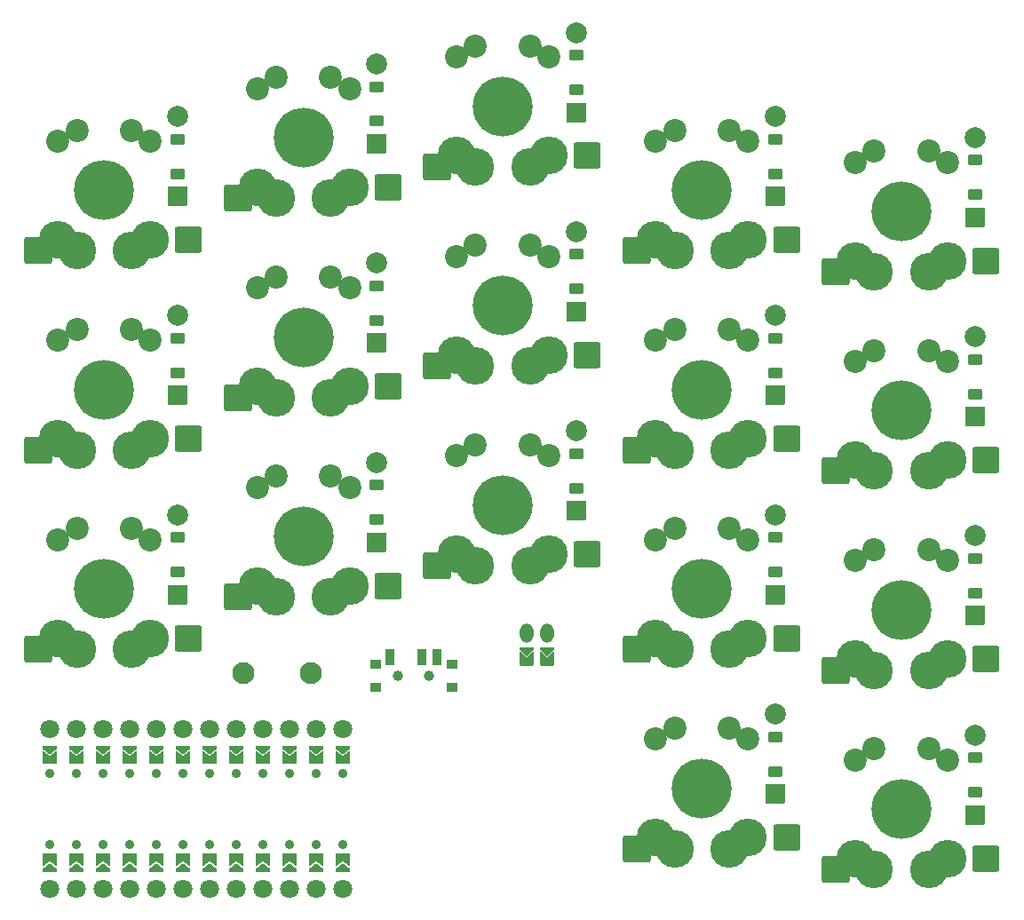
<source format=gbr>
%TF.GenerationSoftware,KiCad,Pcbnew,8.0.4*%
%TF.CreationDate,2024-08-31T21:53:54+08:00*%
%TF.ProjectId,board,626f6172-642e-46b6-9963-61645f706362,v1.0.0*%
%TF.SameCoordinates,Original*%
%TF.FileFunction,Soldermask,Top*%
%TF.FilePolarity,Negative*%
%FSLAX46Y46*%
G04 Gerber Fmt 4.6, Leading zero omitted, Abs format (unit mm)*
G04 Created by KiCad (PCBNEW 8.0.4) date 2024-08-31 21:53:54*
%MOMM*%
%LPD*%
G01*
G04 APERTURE LIST*
G04 Aperture macros list*
%AMRoundRect*
0 Rectangle with rounded corners*
0 $1 Rounding radius*
0 $2 $3 $4 $5 $6 $7 $8 $9 X,Y pos of 4 corners*
0 Add a 4 corners polygon primitive as box body*
4,1,4,$2,$3,$4,$5,$6,$7,$8,$9,$2,$3,0*
0 Add four circle primitives for the rounded corners*
1,1,$1+$1,$2,$3*
1,1,$1+$1,$4,$5*
1,1,$1+$1,$6,$7*
1,1,$1+$1,$8,$9*
0 Add four rect primitives between the rounded corners*
20,1,$1+$1,$2,$3,$4,$5,0*
20,1,$1+$1,$4,$5,$6,$7,0*
20,1,$1+$1,$6,$7,$8,$9,0*
20,1,$1+$1,$8,$9,$2,$3,0*%
%AMFreePoly0*
4,1,16,-0.214645,0.660355,-0.210957,0.656235,0.289043,0.031235,0.299694,-0.005522,0.289043,-0.031235,-0.210957,-0.656235,-0.244478,-0.674694,-0.250000,-0.675000,-0.500000,-0.675000,-0.535355,-0.660355,-0.550000,-0.625000,-0.550000,0.625000,-0.535355,0.660355,-0.500000,0.675000,-0.250000,0.675000,-0.214645,0.660355,-0.214645,0.660355,$1*%
%AMFreePoly1*
4,1,16,0.535355,0.660355,0.550000,0.625000,0.550000,-0.625000,0.535355,-0.660355,0.500000,-0.675000,-0.650000,-0.675000,-0.685355,-0.660355,-0.700000,-0.625000,-0.689043,-0.593765,-0.214031,0.000000,-0.689043,0.593765,-0.699694,0.630522,-0.681235,0.664043,-0.650000,0.675000,0.500000,0.675000,0.535355,0.660355,0.535355,0.660355,$1*%
%AMFreePoly2*
4,1,16,0.635355,0.285355,0.650000,0.250000,0.650000,-1.000000,0.635355,-1.035355,0.600000,-1.050000,0.564645,-1.035355,0.000000,-0.470710,-0.564645,-1.035355,-0.600000,-1.050000,-0.635355,-1.035355,-0.650000,-1.000000,-0.650000,0.250000,-0.635355,0.285355,-0.600000,0.300000,0.600000,0.300000,0.635355,0.285355,0.635355,0.285355,$1*%
%AMFreePoly3*
4,1,14,0.035355,0.435355,0.635355,-0.164645,0.650000,-0.200000,0.650000,-0.400000,0.635355,-0.435355,0.600000,-0.450000,-0.600000,-0.450000,-0.635355,-0.435355,-0.650000,-0.400000,-0.650000,-0.200000,-0.635355,-0.164645,-0.035355,0.435355,0.000000,0.450000,0.035355,0.435355,0.035355,0.435355,$1*%
G04 Aperture macros list end*
%ADD10FreePoly0,270.000000*%
%ADD11C,1.800000*%
%ADD12FreePoly0,90.000000*%
%ADD13C,0.900000*%
%ADD14FreePoly1,270.000000*%
%ADD15FreePoly1,90.000000*%
%ADD16RoundRect,0.050000X-0.500000X-0.400000X0.500000X-0.400000X0.500000X0.400000X-0.500000X0.400000X0*%
%ADD17C,1.000000*%
%ADD18RoundRect,0.050000X-0.350000X-0.750000X0.350000X-0.750000X0.350000X0.750000X-0.350000X0.750000X0*%
%ADD19FreePoly2,180.000000*%
%ADD20O,1.300000X1.850000*%
%ADD21FreePoly3,180.000000*%
%ADD22C,2.100000*%
%ADD23RoundRect,0.050000X0.889000X-0.889000X0.889000X0.889000X-0.889000X0.889000X-0.889000X-0.889000X0*%
%ADD24RoundRect,0.050000X0.600000X-0.450000X0.600000X0.450000X-0.600000X0.450000X-0.600000X-0.450000X0*%
%ADD25C,2.005000*%
%ADD26C,3.600000*%
%ADD27C,5.700000*%
%ADD28RoundRect,0.250000X-1.050000X-1.000000X1.050000X-1.000000X1.050000X1.000000X-1.050000X1.000000X0*%
%ADD29RoundRect,0.260000X-1.090000X-1.040000X1.090000X-1.040000X1.090000X1.040000X-1.090000X1.040000X0*%
%ADD30C,2.200000*%
G04 APERTURE END LIST*
D10*
%TO.C,MCU1*%
X169810000Y-171450000D03*
D11*
X169810000Y-169330000D03*
D10*
X172350000Y-171450000D03*
D11*
X172350000Y-169330000D03*
D10*
X174890000Y-171450000D03*
D11*
X174890000Y-169330000D03*
D10*
X177430000Y-171450000D03*
D11*
X177430000Y-169330000D03*
D10*
X179970000Y-171450000D03*
D11*
X179970000Y-169330000D03*
D10*
X182510000Y-171450000D03*
D11*
X182510000Y-169330000D03*
D10*
X185050000Y-171450000D03*
D11*
X185050000Y-169330000D03*
D10*
X187590000Y-171450000D03*
D11*
X187590000Y-169330000D03*
D10*
X190130000Y-171450000D03*
D11*
X190130000Y-169330000D03*
D10*
X192670000Y-171450000D03*
D11*
X192670000Y-169330000D03*
D10*
X195210000Y-171450000D03*
D11*
X195210000Y-169330000D03*
D10*
X197750000Y-171450000D03*
D11*
X197750000Y-169330000D03*
X197750000Y-184570000D03*
D12*
X197750000Y-182450000D03*
D11*
X195210000Y-184570000D03*
D12*
X195210000Y-182450000D03*
D11*
X192670000Y-184570000D03*
D12*
X192670000Y-182450000D03*
D11*
X190130000Y-184570000D03*
D12*
X190130000Y-182450000D03*
D11*
X187590000Y-184570000D03*
D12*
X187590000Y-182450000D03*
D11*
X185050000Y-184570000D03*
D12*
X185050000Y-182450000D03*
D11*
X182510000Y-184570000D03*
D12*
X182510000Y-182450000D03*
D11*
X179970000Y-184570000D03*
D12*
X179970000Y-182450000D03*
D11*
X177430000Y-184570000D03*
D12*
X177430000Y-182450000D03*
D11*
X174890000Y-184570000D03*
D12*
X174890000Y-182450000D03*
D11*
X172350000Y-184570000D03*
D12*
X172350000Y-182450000D03*
D11*
X169810000Y-184570000D03*
D12*
X169810000Y-182450000D03*
D13*
X169810000Y-173550000D03*
D14*
X169810000Y-172175000D03*
D13*
X172350000Y-173550000D03*
D14*
X172350000Y-172175000D03*
D13*
X174890000Y-173550000D03*
D14*
X174890000Y-172175000D03*
D13*
X177430000Y-173550000D03*
D14*
X177430000Y-172175000D03*
D13*
X179970000Y-173550000D03*
D14*
X179970000Y-172175000D03*
D13*
X182510000Y-173550000D03*
D14*
X182510000Y-172175000D03*
D13*
X185050000Y-173550000D03*
D14*
X185050000Y-172175000D03*
D13*
X187590000Y-173550000D03*
D14*
X187590000Y-172175000D03*
D13*
X190130000Y-173550000D03*
D14*
X190130000Y-172175000D03*
D13*
X192670000Y-173550000D03*
D14*
X192670000Y-172175000D03*
D13*
X195210000Y-173550000D03*
D14*
X195210000Y-172175000D03*
D13*
X197750000Y-173550000D03*
D14*
X197750000Y-172175000D03*
D15*
X197750000Y-181725000D03*
D13*
X197750000Y-180350000D03*
D15*
X195210000Y-181725000D03*
D13*
X195210000Y-180350000D03*
D15*
X192670000Y-181725000D03*
D13*
X192670000Y-180350000D03*
D15*
X190130000Y-181725000D03*
D13*
X190130000Y-180350000D03*
D15*
X187590000Y-181725000D03*
D13*
X187590000Y-180350000D03*
D15*
X185050000Y-181725000D03*
D13*
X185050000Y-180350000D03*
D15*
X182510000Y-181725000D03*
D13*
X182510000Y-180350000D03*
D15*
X179970000Y-181725000D03*
D13*
X179970000Y-180350000D03*
D15*
X177430000Y-181725000D03*
D13*
X177430000Y-180350000D03*
D15*
X174890000Y-181725000D03*
D13*
X174890000Y-180350000D03*
D15*
X172350000Y-181725000D03*
D13*
X172350000Y-180350000D03*
D15*
X169810000Y-181725000D03*
D13*
X169810000Y-180350000D03*
%TD*%
D16*
%TO.C,PWR1*%
X208150000Y-163139999D03*
X200850000Y-163140000D03*
D17*
X206000000Y-164250000D03*
X203000000Y-164250000D03*
D16*
X208150000Y-165350000D03*
X200850000Y-165350000D03*
D18*
X202250000Y-162490000D03*
X205250000Y-162490000D03*
X206750000Y-162490000D03*
%TD*%
D19*
%TO.C,JST1*%
X215250000Y-163000000D03*
X217250000Y-163000000D03*
D20*
X215250000Y-160184000D03*
X217250000Y-160184000D03*
D21*
X215250000Y-161984000D03*
X217250000Y-161984000D03*
%TD*%
D22*
%TO.C,RST1*%
X194750000Y-164000000D03*
X188250000Y-164000000D03*
%TD*%
D23*
%TO.C,D14*%
X258000000Y-177560000D03*
D24*
X258000000Y-175400000D03*
X258000000Y-172100000D03*
D25*
X258000000Y-169940000D03*
%TD*%
D23*
%TO.C,D5*%
X201000000Y-132560000D03*
D24*
X201000000Y-130400000D03*
X201000000Y-127100000D03*
D25*
X201000000Y-124940000D03*
%TD*%
D23*
%TO.C,D11*%
X239000000Y-156560000D03*
D24*
X239000000Y-154400000D03*
X239000000Y-151100000D03*
D25*
X239000000Y-148940000D03*
%TD*%
D26*
%TO.C,S16*%
X248400000Y-144750000D03*
D27*
X251000000Y-139000000D03*
D26*
X253600000Y-144750000D03*
D28*
X259050000Y-143700000D03*
D29*
X244750000Y-144750000D03*
D30*
X246600000Y-134300000D03*
D26*
X246600000Y-143700000D03*
D30*
X248400000Y-133250000D03*
X253600000Y-133250000D03*
X255400000Y-134300000D03*
D26*
X255400000Y-143700000D03*
%TD*%
%TO.C,S8*%
X210400000Y-134750000D03*
D27*
X213000000Y-129000000D03*
D26*
X215600000Y-134750000D03*
D28*
X221050000Y-133700000D03*
D29*
X206750000Y-134750000D03*
D30*
X208600000Y-124300000D03*
D26*
X208600000Y-133700000D03*
D30*
X210400000Y-123250000D03*
X215600000Y-123250000D03*
X217400000Y-124300000D03*
D26*
X217400000Y-133700000D03*
%TD*%
%TO.C,S17*%
X248400000Y-125750000D03*
D27*
X251000000Y-120000000D03*
D26*
X253600000Y-125750000D03*
D28*
X259050000Y-124700000D03*
D29*
X244750000Y-125750000D03*
D30*
X246600000Y-115300000D03*
D26*
X246600000Y-124700000D03*
D30*
X248400000Y-114250000D03*
X253600000Y-114250000D03*
X255400000Y-115300000D03*
D26*
X255400000Y-124700000D03*
%TD*%
D23*
%TO.C,D3*%
X182000000Y-118560000D03*
D24*
X182000000Y-116400000D03*
X182000000Y-113100000D03*
D25*
X182000000Y-110940000D03*
%TD*%
D26*
%TO.C,S9*%
X210400000Y-115750000D03*
D27*
X213000000Y-110000000D03*
D26*
X215600000Y-115750000D03*
D28*
X221050000Y-114700000D03*
D29*
X206750000Y-115750000D03*
D30*
X208600000Y-105300000D03*
D26*
X208600000Y-114700000D03*
D30*
X210400000Y-104250000D03*
X215600000Y-104250000D03*
X217400000Y-105300000D03*
D26*
X217400000Y-114700000D03*
%TD*%
%TO.C,S11*%
X229400000Y-161750000D03*
D27*
X232000000Y-156000000D03*
D26*
X234600000Y-161750000D03*
D28*
X240050000Y-160700000D03*
D29*
X225750000Y-161750000D03*
D30*
X227600000Y-151300000D03*
D26*
X227600000Y-160700000D03*
D30*
X229400000Y-150250000D03*
X234600000Y-150250000D03*
X236400000Y-151300000D03*
D26*
X236400000Y-160700000D03*
%TD*%
%TO.C,S15*%
X248400000Y-163750000D03*
D27*
X251000000Y-158000000D03*
D26*
X253600000Y-163750000D03*
D28*
X259050000Y-162700000D03*
D29*
X244750000Y-163750000D03*
D30*
X246600000Y-153300000D03*
D26*
X246600000Y-162700000D03*
D30*
X248400000Y-152250000D03*
X253600000Y-152250000D03*
X255400000Y-153300000D03*
D26*
X255400000Y-162700000D03*
%TD*%
%TO.C,S7*%
X210400000Y-153750000D03*
D27*
X213000000Y-148000000D03*
D26*
X215600000Y-153750000D03*
D28*
X221050000Y-152700000D03*
D29*
X206750000Y-153750000D03*
D30*
X208600000Y-143300000D03*
D26*
X208600000Y-152700000D03*
D30*
X210400000Y-142250000D03*
X215600000Y-142250000D03*
X217400000Y-143300000D03*
D26*
X217400000Y-152700000D03*
%TD*%
D23*
%TO.C,D10*%
X239000000Y-175560000D03*
D24*
X239000000Y-173400000D03*
X239000000Y-170100000D03*
D25*
X239000000Y-167940000D03*
%TD*%
D23*
%TO.C,D12*%
X239000000Y-137560000D03*
D24*
X239000000Y-135400000D03*
X239000000Y-132100000D03*
D25*
X239000000Y-129940000D03*
%TD*%
D23*
%TO.C,D8*%
X220000000Y-129560000D03*
D24*
X220000000Y-127400000D03*
X220000000Y-124100000D03*
D25*
X220000000Y-121940000D03*
%TD*%
D23*
%TO.C,D2*%
X182000000Y-137560000D03*
D24*
X182000000Y-135400000D03*
X182000000Y-132100000D03*
D25*
X182000000Y-129940000D03*
%TD*%
D26*
%TO.C,S5*%
X191400000Y-137750000D03*
D27*
X194000000Y-132000000D03*
D26*
X196600000Y-137750000D03*
D28*
X202050000Y-136700000D03*
D29*
X187750000Y-137750000D03*
D30*
X189600000Y-127300000D03*
D26*
X189600000Y-136700000D03*
D30*
X191400000Y-126250000D03*
X196600000Y-126250000D03*
X198400000Y-127300000D03*
D26*
X198400000Y-136700000D03*
%TD*%
%TO.C,S6*%
X191400000Y-118750000D03*
D27*
X194000000Y-113000000D03*
D26*
X196600000Y-118750000D03*
D28*
X202050000Y-117700000D03*
D29*
X187750000Y-118750000D03*
D30*
X189600000Y-108300000D03*
D26*
X189600000Y-117700000D03*
D30*
X191400000Y-107250000D03*
X196600000Y-107250000D03*
X198400000Y-108300000D03*
D26*
X198400000Y-117700000D03*
%TD*%
%TO.C,S14*%
X248400000Y-182750000D03*
D27*
X251000000Y-177000000D03*
D26*
X253600000Y-182750000D03*
D28*
X259050000Y-181700000D03*
D29*
X244750000Y-182750000D03*
D30*
X246600000Y-172300000D03*
D26*
X246600000Y-181700000D03*
D30*
X248400000Y-171250000D03*
X253600000Y-171250000D03*
X255400000Y-172300000D03*
D26*
X255400000Y-181700000D03*
%TD*%
D23*
%TO.C,D9*%
X220000000Y-110560000D03*
D24*
X220000000Y-108400000D03*
X220000000Y-105100000D03*
D25*
X220000000Y-102940000D03*
%TD*%
D23*
%TO.C,D6*%
X201000000Y-113560000D03*
D24*
X201000000Y-111400000D03*
X201000000Y-108100000D03*
D25*
X201000000Y-105940000D03*
%TD*%
D26*
%TO.C,S3*%
X172400000Y-123750000D03*
D27*
X175000000Y-118000000D03*
D26*
X177600000Y-123750000D03*
D28*
X183050000Y-122700000D03*
D29*
X168750000Y-123750000D03*
D30*
X170600000Y-113300000D03*
D26*
X170600000Y-122700000D03*
D30*
X172400000Y-112250000D03*
X177600000Y-112250000D03*
X179400000Y-113300000D03*
D26*
X179400000Y-122700000D03*
%TD*%
%TO.C,S1*%
X172400000Y-161750000D03*
D27*
X175000000Y-156000000D03*
D26*
X177600000Y-161750000D03*
D28*
X183050000Y-160700000D03*
D29*
X168750000Y-161750000D03*
D30*
X170600000Y-151300000D03*
D26*
X170600000Y-160700000D03*
D30*
X172400000Y-150250000D03*
X177600000Y-150250000D03*
X179400000Y-151300000D03*
D26*
X179400000Y-160700000D03*
%TD*%
D23*
%TO.C,D15*%
X258000000Y-158560000D03*
D24*
X258000000Y-156400000D03*
X258000000Y-153100000D03*
D25*
X258000000Y-150940000D03*
%TD*%
D23*
%TO.C,D16*%
X258000000Y-139560000D03*
D24*
X258000000Y-137400000D03*
X258000000Y-134100000D03*
D25*
X258000000Y-131940000D03*
%TD*%
D26*
%TO.C,S10*%
X229400000Y-180750000D03*
D27*
X232000000Y-175000000D03*
D26*
X234600000Y-180750000D03*
D28*
X240050000Y-179700000D03*
D29*
X225750000Y-180750000D03*
D30*
X227600000Y-170300000D03*
D26*
X227600000Y-179700000D03*
D30*
X229400000Y-169250000D03*
X234600000Y-169250000D03*
X236400000Y-170300000D03*
D26*
X236400000Y-179700000D03*
%TD*%
%TO.C,S4*%
X191400000Y-156750000D03*
D27*
X194000000Y-151000000D03*
D26*
X196600000Y-156750000D03*
D28*
X202050000Y-155700000D03*
D29*
X187750000Y-156750000D03*
D30*
X189600000Y-146300000D03*
D26*
X189600000Y-155700000D03*
D30*
X191400000Y-145250000D03*
X196600000Y-145250000D03*
X198400000Y-146300000D03*
D26*
X198400000Y-155700000D03*
%TD*%
%TO.C,S13*%
X229400000Y-123750000D03*
D27*
X232000000Y-118000000D03*
D26*
X234600000Y-123750000D03*
D28*
X240050000Y-122700000D03*
D29*
X225750000Y-123750000D03*
D30*
X227600000Y-113300000D03*
D26*
X227600000Y-122700000D03*
D30*
X229400000Y-112250000D03*
X234600000Y-112250000D03*
X236400000Y-113300000D03*
D26*
X236400000Y-122700000D03*
%TD*%
D23*
%TO.C,D13*%
X239000000Y-118560000D03*
D24*
X239000000Y-116400000D03*
X239000000Y-113100000D03*
D25*
X239000000Y-110940000D03*
%TD*%
D26*
%TO.C,S12*%
X229400000Y-142750000D03*
D27*
X232000000Y-137000000D03*
D26*
X234600000Y-142750000D03*
D28*
X240050000Y-141700000D03*
D29*
X225750000Y-142750000D03*
D30*
X227600000Y-132300000D03*
D26*
X227600000Y-141700000D03*
D30*
X229400000Y-131250000D03*
X234600000Y-131250000D03*
X236400000Y-132300000D03*
D26*
X236400000Y-141700000D03*
%TD*%
D23*
%TO.C,D7*%
X220000000Y-148560000D03*
D24*
X220000000Y-146400000D03*
X220000000Y-143100000D03*
D25*
X220000000Y-140940000D03*
%TD*%
D26*
%TO.C,S2*%
X172400000Y-142750000D03*
D27*
X175000000Y-137000000D03*
D26*
X177600000Y-142750000D03*
D28*
X183050000Y-141700000D03*
D29*
X168750000Y-142750000D03*
D30*
X170600000Y-132300000D03*
D26*
X170600000Y-141700000D03*
D30*
X172400000Y-131250000D03*
X177600000Y-131250000D03*
X179400000Y-132300000D03*
D26*
X179400000Y-141700000D03*
%TD*%
D23*
%TO.C,D1*%
X182000000Y-156560000D03*
D24*
X182000000Y-154400000D03*
X182000000Y-151100000D03*
D25*
X182000000Y-148940000D03*
%TD*%
D23*
%TO.C,D17*%
X258000000Y-120560000D03*
D24*
X258000000Y-118400000D03*
X258000000Y-115100000D03*
D25*
X258000000Y-112940000D03*
%TD*%
D23*
%TO.C,D4*%
X201000000Y-151560000D03*
D24*
X201000000Y-149400000D03*
X201000000Y-146100000D03*
D25*
X201000000Y-143940000D03*
%TD*%
M02*

</source>
